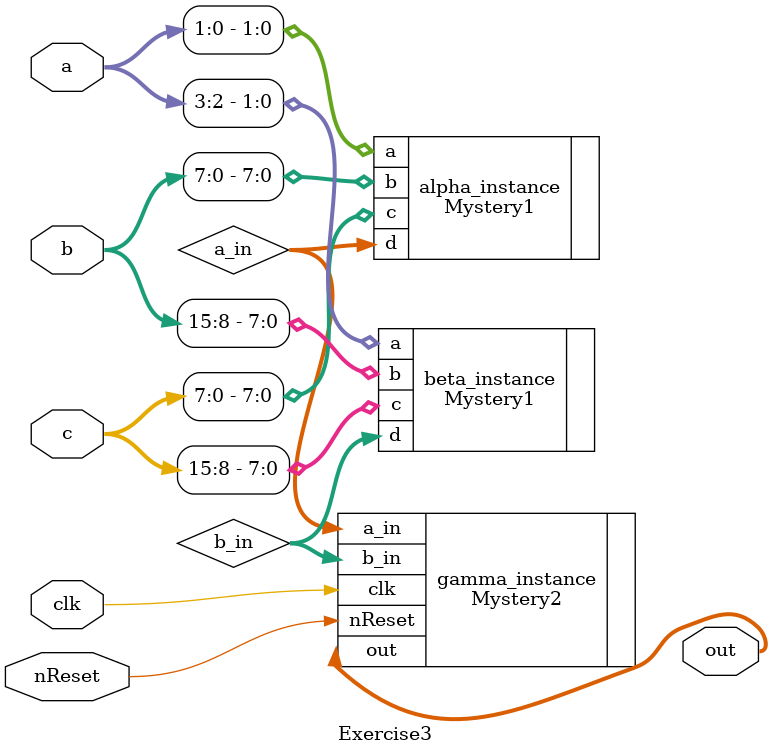
<source format=sv>
module Exercise3 (
    input logic clk,
    input logic nReset,
    input logic [3:0] a,          // 4-bit input a
    input logic [15:0] b,         // 16-bit input b
    input logic [15:0] c,         // 16-bit input c
    output logic [15:0] out       // 16-bit output
);

    // Declare intermediate signals for outputs of Alpha & Beta (8 bits)
    logic [7:0] a_in, b_in;

    // Instantiate Alpha (Mystery1)
    Mystery1 alpha_instance (
        .a(a[1:0]),               // Connect a[1:0] to Alpha
        .b(b[7:0]),               // Connect b[7:0] to Alpha
        .c(c[7:0]),               // Connect c[7:0] to Alpha
        .d(a_in)                  // Output a_in (8 bits)
    );

    // Instantiate Beta (Mystery1)
    Mystery1 beta_instance (
        .a(a[3:2]),               // Connect a[3:2] to Beta
        .b(b[15:8]),              // Connect b[15:8] to Beta
        .c(c[15:8]),              // Connect c[15:8] to Beta
        .d(b_in)                  // Output b_in (8 bits)
    );

    // Instantiate Gamma (Mystery2)
    Mystery2 gamma_instance (
        .clk(clk),                // Clock input
        .nReset(nReset),          // Reset input
        .a_in(a_in),              // Connect a_in (8 bits) from Alpha
        .b_in(b_in),              // Connect b_in (8 bits) from Beta
        .out(out)                 // Output from Gamma
    );

endmodule

</source>
